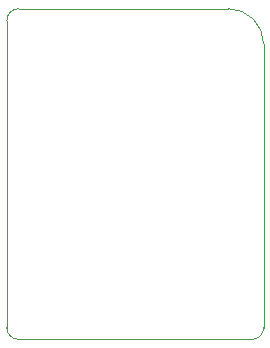
<source format=gm1>
G04 #@! TF.GenerationSoftware,KiCad,Pcbnew,8.0.1*
G04 #@! TF.CreationDate,2024-07-04T15:13:31+08:00*
G04 #@! TF.ProjectId,555Sandbox,35353553-616e-4646-926f-782e6b696361,1.0.0*
G04 #@! TF.SameCoordinates,Original*
G04 #@! TF.FileFunction,Profile,NP*
%FSLAX46Y46*%
G04 Gerber Fmt 4.6, Leading zero omitted, Abs format (unit mm)*
G04 Created by KiCad (PCBNEW 8.0.1) date 2024-07-04 15:13:31*
%MOMM*%
%LPD*%
G01*
G04 APERTURE LIST*
G04 #@! TA.AperFunction,Profile*
%ADD10C,0.050000*%
G04 #@! TD*
G04 APERTURE END LIST*
D10*
X93700000Y-66900000D02*
G75*
G02*
X96700000Y-69900000I0J-3000000D01*
G01*
X96700000Y-93900000D02*
X96700000Y-69900000D01*
X75950000Y-94900000D02*
G75*
G02*
X74942925Y-93900051I0J1007100D01*
G01*
X74950000Y-93900000D02*
X74950000Y-67900000D01*
X96700000Y-93900000D02*
G75*
G02*
X95700000Y-94900000I-1000000J0D01*
G01*
X95700000Y-94900000D02*
X75950000Y-94900000D01*
X74950000Y-67900000D02*
G75*
G02*
X75950000Y-66900000I1000000J0D01*
G01*
X75950000Y-66900000D02*
X93700000Y-66900000D01*
M02*

</source>
